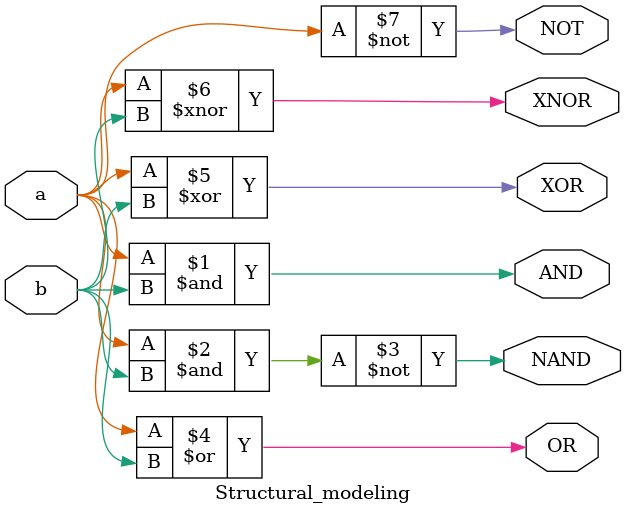
<source format=v>
`timescale 1ns / 1ps

module Structural_modeling (
input a,
input b,
 output AND,
 output OR,
 output NAND,
 output NOT,
  output XOR,
  output XNOR 
  );
    assign AND = a&b;
    assign NAND =  ~(a&b);
    assign OR = a|b;
    assign XOR = a^b;
    assign XNOR = a~^b;
    assign NOT = ~a;
    
endmodule

</source>
